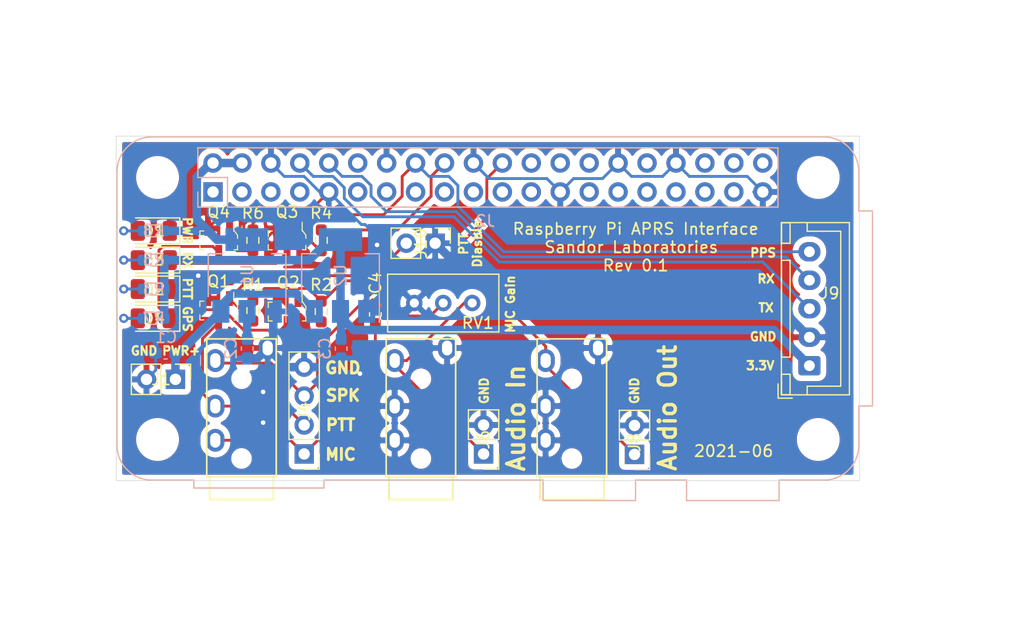
<source format=kicad_pcb>
(kicad_pcb (version 20171130) (host pcbnew "(5.1.9)-1")
  (layers (0 F.Cu signal) (31 B.Cu signal) (34 B.Paste user) (35 F.Paste user) (36 B.SilkS user) (37 F.SilkS user) (38 B.Mask user) (39 F.Mask user) (44 Edge.Cuts user))
  (net 0 "")
  (net 1 GND)
  (net 2 +BATT)
  (net 3 +5V)
  (net 4 +3V3)
  (net 5 "Net-(D1-Pad2)")
  (net 6 "Net-(D2-Pad2)")
  (net 7 "Net-(D2-Pad1)")
  (net 8 "Net-(D3-Pad2)")
  (net 9 "Net-(D3-Pad1)")
  (net 10 rx_feedback)
  (net 11 ptt_control)
  (net 12 gps_pps)
  (net 13 pi_rx)
  (net 14 pi_tx)
  (net 15 ptt)
  (net 16 radio_mic)
  (net 17 radio_speaker)
  (net 18 "Net-(J10-Pad2)")
  (net 19 "Net-(Q2-Pad1)")
  (net 20 "Net-(Q3-Pad1)")
  (net 21 "Net-(Q4-Pad1)")
  (net 22 audio_in)
  (net 23 "Net-(C4-Pad1)")
  (net 24 "Net-(J2-Pad24)")
  (net 25 "Net-(J2-Pad23)")
  (net 26 "Net-(J2-Pad21)")
  (net 27 "Net-(J2-Pad19)")
  (net 28 "Net-(J2-Pad17)")
  (net 29 "Net-(J2-Pad15)")
  (net 30 "Net-(J2-Pad13)")
  (net 31 "Net-(J2-Pad12)")
  (net 32 "Net-(J2-Pad11)")
  (net 33 "Net-(J2-Pad7)")
  (net 34 "Net-(J2-Pad5)")
  (net 35 "Net-(J2-Pad3)")
  (net 36 "Net-(J2-Pad1)")
  (net 37 "Net-(J2-Pad40)")
  (net 38 "Net-(J2-Pad26)")
  (net 39 "Net-(J2-Pad29)")
  (net 40 "Net-(J2-Pad32)")
  (net 41 "Net-(J2-Pad31)")
  (net 42 "Net-(J2-Pad36)")
  (net 43 "Net-(J2-Pad35)")
  (net 44 "Net-(J2-Pad33)")
  (net 45 "Net-(J2-Pad38)")
  (net 46 "Net-(J2-Pad37)")
  (net 47 "Net-(J2-Pad28)")
  (net 48 "Net-(J2-Pad27)")
  (net 49 "Net-(D4-Pad2)")
  (net 50 "Net-(D4-Pad1)")
  (module Connector_JST:JST_XH_B5B-XH-A_1x05_P2.50mm_Vertical (layer F.Cu) (at 165.354 101.6 90)
    (fp_text reference J9 (at 6.35 1.778 180) (layer F.SilkS))
    (fp_text value "GPS Header")
    (pad 5 thru_hole oval (at 10 0 90) (size 1.7 1.95) (drill 0.95) (layers *.Cu *.Mask) (net 12 gps_pps))
    (pad 4 thru_hole oval (at 7.5 0 90) (size 1.7 1.95) (drill 0.95) (layers *.Cu *.Mask) (net 13 pi_rx))
    (pad 3 thru_hole oval (at 5 0 90) (size 1.7 1.95) (drill 0.95) (layers *.Cu *.Mask) (net 14 pi_tx))
    (pad 2 thru_hole oval (at 2.5 0 90) (size 1.7 1.95) (drill 0.95) (layers *.Cu *.Mask) (net 1 GND))
    (pad 1 thru_hole roundrect (at 0 0 90) (size 1.7 1.95) (drill 0.95) (layers *.Cu *.Mask) (roundrect_rratio 0.147059) (net 4 +3V3))
  )
  (module Module:Raspberry_Pi_Zero_Socketed_THT_FaceDown_MountingHoles (layer B.Cu) (at 113 86.35 270)
    (fp_text reference J2 (at 2.55 -23.906 180) (layer B.SilkS) (effects (justify mirror)))
    (fp_text value "RPi Header")
    (pad "" np_thru_hole circle (at -1.27 -53.13 180) (size 2.75 2.75) (drill 2.75) (layers *.Cu *.Mask))
    (pad "" np_thru_hole circle (at 21.73 4.87 180) (size 2.75 2.75) (drill 2.75) (layers *.Cu *.Mask))
    (pad "" np_thru_hole circle (at 21.73 -53.13 180) (size 2.75 2.75) (drill 2.75) (layers *.Cu *.Mask))
    (pad "" np_thru_hole circle (at -1.27 4.87 180) (size 2.75 2.75) (drill 2.75) (layers *.Cu *.Mask))
    (pad 40 thru_hole oval (at -2.54 -48.26 270) (size 1.7 1.7) (drill 1) (layers *.Cu *.Mask) (net 37 "Net-(J2-Pad40)"))
    (pad 39 thru_hole oval (at 0 -48.26 270) (size 1.7 1.7) (drill 1) (layers *.Cu *.Mask) (net 1 GND))
    (pad 26 thru_hole oval (at -2.54 -30.48 270) (size 1.7 1.7) (drill 1) (layers *.Cu *.Mask) (net 38 "Net-(J2-Pad26)"))
    (pad 25 thru_hole oval (at 0 -30.48 270) (size 1.7 1.7) (drill 1) (layers *.Cu *.Mask) (net 1 GND))
    (pad 22 thru_hole oval (at -2.54 -25.4 270) (size 1.7 1.7) (drill 1) (layers *.Cu *.Mask) (net 11 ptt_control))
    (pad 21 thru_hole oval (at 0 -25.4 270) (size 1.7 1.7) (drill 1) (layers *.Cu *.Mask) (net 26 "Net-(J2-Pad21)"))
    (pad 30 thru_hole oval (at -2.54 -35.56 270) (size 1.7 1.7) (drill 1) (layers *.Cu *.Mask) (net 1 GND))
    (pad 29 thru_hole oval (at 0 -35.56 270) (size 1.7 1.7) (drill 1) (layers *.Cu *.Mask) (net 39 "Net-(J2-Pad29)"))
    (pad 8 thru_hole oval (at -2.54 -7.62 270) (size 1.7 1.7) (drill 1) (layers *.Cu *.Mask) (net 14 pi_tx))
    (pad 7 thru_hole oval (at 0 -7.62 270) (size 1.7 1.7) (drill 1) (layers *.Cu *.Mask) (net 33 "Net-(J2-Pad7)"))
    (pad 32 thru_hole oval (at -2.54 -38.1 270) (size 1.7 1.7) (drill 1) (layers *.Cu *.Mask) (net 40 "Net-(J2-Pad32)"))
    (pad 31 thru_hole oval (at 0 -38.1 270) (size 1.7 1.7) (drill 1) (layers *.Cu *.Mask) (net 41 "Net-(J2-Pad31)"))
    (pad 18 thru_hole oval (at -2.54 -20.32 270) (size 1.7 1.7) (drill 1) (layers *.Cu *.Mask) (net 10 rx_feedback))
    (pad 17 thru_hole oval (at 0 -20.32 270) (size 1.7 1.7) (drill 1) (layers *.Cu *.Mask) (net 28 "Net-(J2-Pad17)"))
    (pad 36 thru_hole oval (at -2.54 -43.18 270) (size 1.7 1.7) (drill 1) (layers *.Cu *.Mask) (net 42 "Net-(J2-Pad36)"))
    (pad 35 thru_hole oval (at 0 -43.18 270) (size 1.7 1.7) (drill 1) (layers *.Cu *.Mask) (net 43 "Net-(J2-Pad35)"))
    (pad 34 thru_hole oval (at -2.54 -40.64 270) (size 1.7 1.7) (drill 1) (layers *.Cu *.Mask) (net 1 GND))
    (pad 33 thru_hole oval (at 0 -40.64 270) (size 1.7 1.7) (drill 1) (layers *.Cu *.Mask) (net 44 "Net-(J2-Pad33)"))
    (pad 38 thru_hole oval (at -2.54 -45.72 270) (size 1.7 1.7) (drill 1) (layers *.Cu *.Mask) (net 45 "Net-(J2-Pad38)"))
    (pad 37 thru_hole oval (at 0 -45.72 270) (size 1.7 1.7) (drill 1) (layers *.Cu *.Mask) (net 46 "Net-(J2-Pad37)"))
    (pad 20 thru_hole oval (at -2.54 -22.86 270) (size 1.7 1.7) (drill 1) (layers *.Cu *.Mask) (net 1 GND))
    (pad 19 thru_hole oval (at 0 -22.86 270) (size 1.7 1.7) (drill 1) (layers *.Cu *.Mask) (net 27 "Net-(J2-Pad19)"))
    (pad 10 thru_hole oval (at -2.54 -10.16 270) (size 1.7 1.7) (drill 1) (layers *.Cu *.Mask) (net 13 pi_rx))
    (pad 9 thru_hole oval (at 0 -10.16 270) (size 1.7 1.7) (drill 1) (layers *.Cu *.Mask) (net 1 GND))
    (pad 14 thru_hole oval (at -2.54 -15.24 270) (size 1.7 1.7) (drill 1) (layers *.Cu *.Mask) (net 1 GND))
    (pad 13 thru_hole oval (at 0 -15.24 270) (size 1.7 1.7) (drill 1) (layers *.Cu *.Mask) (net 30 "Net-(J2-Pad13)"))
    (pad 28 thru_hole oval (at -2.54 -33.02 270) (size 1.7 1.7) (drill 1) (layers *.Cu *.Mask) (net 47 "Net-(J2-Pad28)"))
    (pad 27 thru_hole oval (at 0 -33.02 270) (size 1.7 1.7) (drill 1) (layers *.Cu *.Mask) (net 48 "Net-(J2-Pad27)"))
    (pad 12 thru_hole oval (at -2.54 -12.7 270) (size 1.7 1.7) (drill 1) (layers *.Cu *.Mask) (net 31 "Net-(J2-Pad12)"))
    (pad 11 thru_hole oval (at 0 -12.7 270) (size 1.7 1.7) (drill 1) (layers *.Cu *.Mask) (net 32 "Net-(J2-Pad11)"))
    (pad 24 thru_hole oval (at -2.54 -27.94 270) (size 1.7 1.7) (drill 1) (layers *.Cu *.Mask) (net 24 "Net-(J2-Pad24)"))
    (pad 23 thru_hole oval (at 0 -27.94 270) (size 1.7 1.7) (drill 1) (layers *.Cu *.Mask) (net 25 "Net-(J2-Pad23)"))
    (pad 1 thru_hole rect (at 0 0 270) (size 1.7 1.7) (drill 1) (layers *.Cu *.Mask) (net 36 "Net-(J2-Pad1)"))
    (pad 2 thru_hole oval (at -2.54 0 270) (size 1.7 1.7) (drill 1) (layers *.Cu *.Mask) (net 3 +5V))
    (pad 5 thru_hole oval (at 0 -5.08 270) (size 1.7 1.7) (drill 1) (layers *.Cu *.Mask) (net 34 "Net-(J2-Pad5)"))
    (pad 4 thru_hole oval (at -2.54 -2.54 270) (size 1.7 1.7) (drill 1) (layers *.Cu *.Mask) (net 3 +5V))
    (pad 16 thru_hole oval (at -2.54 -17.78 270) (size 1.7 1.7) (drill 1) (layers *.Cu *.Mask) (net 12 gps_pps))
    (pad 15 thru_hole oval (at 0 -17.78 270) (size 1.7 1.7) (drill 1) (layers *.Cu *.Mask) (net 29 "Net-(J2-Pad15)"))
    (pad 3 thru_hole oval (at 0 -2.54 270) (size 1.7 1.7) (drill 1) (layers *.Cu *.Mask) (net 35 "Net-(J2-Pad3)"))
    (pad 6 thru_hole oval (at -2.54 -5.08 270) (size 1.7 1.7) (drill 1) (layers *.Cu *.Mask) (net 1 GND))
  )
  (module Capacitor_SMD:C_0603_1608Metric_Pad1.08x0.95mm_HandSolder (layer F.Cu) (at 127.25 97.1 270)
    (fp_text reference C4 (at -2.75 0 90) (layer F.SilkS))
    (fp_text value 100n)
    (pad 2 smd roundrect (at 0.8625 0 270) (size 1.075 0.95) (layers F.Cu F.Paste F.Mask) (net 16 radio_mic))
    (pad 1 smd roundrect (at -0.8625 0 270) (size 1.075 0.95) (layers F.Cu F.Paste F.Mask) (net 23 "Net-(C4-Pad1)"))
  )
  (module Potentiometer_THT:Potentiometer_Bourns_3296W_Vertical (layer F.Cu) (at 135.75 96.1)
    (fp_text reference RV1 (at 0.5 1.75) (layer F.SilkS))
    (fp_text value 10k)
    (pad 3 thru_hole circle (at -5.08 0) (size 1.44 1.44) (drill 0.8) (layers *.Cu *.Mask) (net 1 GND))
    (pad 2 thru_hole circle (at -2.54 0) (size 1.44 1.44) (drill 0.8) (layers *.Cu *.Mask) (net 23 "Net-(C4-Pad1)"))
    (pad 1 thru_hole circle (at 0 0) (size 1.44 1.44) (drill 0.8) (layers *.Cu *.Mask) (net 22 audio_in))
  )
  (module Capacitor_SMD:C_0603_1608Metric_Pad1.08x0.95mm_HandSolder (layer B.Cu) (at 108.8375 100.5 180)
    (fp_text reference C1 (at -0.05 1.4) (layer B.SilkS) (effects (justify mirror)))
    (fp_text value 10u)
    (pad 2 smd roundrect (at 0.8625 0 180) (size 1.075 0.95) (layers B.Cu B.Paste B.Mask) (net 1 GND))
    (pad 1 smd roundrect (at -0.8625 0 180) (size 1.075 0.95) (layers B.Cu B.Paste B.Mask) (net 2 +BATT))
  )
  (module Package_TO_SOT_SMD:SOT-223-3_TabPin2 (layer B.Cu) (at 124.19 93.685 90)
    (fp_text reference U2 (at 0 0.01 90) (layer B.SilkS) (effects (justify mirror)))
    (fp_text value LD1117S33TR_SOT223)
    (pad 1 smd rect (at -3.15 2.3 90) (size 2 1.5) (layers B.Cu B.Paste B.Mask) (net 1 GND))
    (pad 3 smd rect (at -3.15 -2.3 90) (size 2 1.5) (layers B.Cu B.Paste B.Mask) (net 2 +BATT))
    (pad 2 smd rect (at -3.15 0 90) (size 2 1.5) (layers B.Cu B.Paste B.Mask) (net 4 +3V3))
    (pad 2 smd rect (at 3.15 0 90) (size 2 3.8) (layers B.Cu B.Paste B.Mask) (net 4 +3V3))
  )
  (module Package_TO_SOT_SMD:SOT-223-3_TabPin2 (layer B.Cu) (at 115.99 93.685 90)
    (fp_text reference U1 (at 0 0.01 90) (layer B.SilkS) (effects (justify mirror)))
    (fp_text value AMS1117-5.0)
    (pad 1 smd rect (at -3.15 2.3 90) (size 2 1.5) (layers B.Cu B.Paste B.Mask) (net 1 GND))
    (pad 3 smd rect (at -3.15 -2.3 90) (size 2 1.5) (layers B.Cu B.Paste B.Mask) (net 2 +BATT))
    (pad 2 smd rect (at -3.15 0 90) (size 2 1.5) (layers B.Cu B.Paste B.Mask) (net 3 +5V))
    (pad 2 smd rect (at 3.15 0 90) (size 2 3.8) (layers B.Cu B.Paste B.Mask) (net 3 +5V))
  )
  (module Resistor_SMD:R_0603_1608Metric_Pad0.98x0.95mm_HandSolder (layer B.Cu) (at 107.8 89.765)
    (fp_text reference R8 (at 0 -0.015 180) (layer B.SilkS) (effects (justify mirror)))
    (fp_text value 220)
    (pad 1 smd roundrect (at -0.9125 0) (size 0.975 0.95) (layers B.Cu B.Paste B.Mask) (net 5 "Net-(D1-Pad2)"))
    (pad 2 smd roundrect (at 0.9125 0) (size 0.975 0.95) (layers B.Cu B.Paste B.Mask) (net 3 +5V))
  )
  (module Resistor_SMD:R_0603_1608Metric_Pad0.98x0.95mm_HandSolder (layer B.Cu) (at 107.7998 97.443)
    (fp_text reference R7 (at 0 0.005 180) (layer B.SilkS) (effects (justify mirror)))
    (fp_text value 100)
    (pad 2 smd roundrect (at 0.9125 0) (size 0.975 0.95) (layers B.Cu B.Paste B.Mask) (net 4 +3V3))
    (pad 1 smd roundrect (at -0.9125 0) (size 0.975 0.95) (layers B.Cu B.Paste B.Mask) (net 49 "Net-(D4-Pad2)"))
  )
  (module Resistor_SMD:R_0603_1608Metric_Pad0.98x0.95mm_HandSolder (layer F.Cu) (at 116.5 90.6 270)
    (fp_text reference R6 (at -2.4 0 180) (layer F.SilkS))
    (fp_text value 1k)
    (pad 2 smd roundrect (at 0.9125 0 270) (size 0.975 0.95) (layers F.Cu F.Paste F.Mask) (net 21 "Net-(Q4-Pad1)"))
    (pad 1 smd roundrect (at -0.9125 0 270) (size 0.975 0.95) (layers F.Cu F.Paste F.Mask) (net 12 gps_pps))
  )
  (module Resistor_SMD:R_0603_1608Metric_Pad0.98x0.95mm_HandSolder (layer B.Cu) (at 107.8 92.335)
    (fp_text reference R5 (at 0 -0.035 180) (layer B.SilkS) (effects (justify mirror)))
    (fp_text value 100)
    (pad 2 smd roundrect (at 0.9125 0) (size 0.975 0.95) (layers B.Cu B.Paste B.Mask) (net 4 +3V3))
    (pad 1 smd roundrect (at -0.9125 0) (size 0.975 0.95) (layers B.Cu B.Paste B.Mask) (net 8 "Net-(D3-Pad2)"))
  )
  (module Resistor_SMD:R_0603_1608Metric_Pad0.98x0.95mm_HandSolder (layer F.Cu) (at 122.5 90.6 270)
    (fp_text reference R4 (at -2.4 0 180) (layer F.SilkS))
    (fp_text value 1k)
    (pad 2 smd roundrect (at 0.9125 0 270) (size 0.975 0.95) (layers F.Cu F.Paste F.Mask) (net 20 "Net-(Q3-Pad1)"))
    (pad 1 smd roundrect (at -0.9125 0 270) (size 0.975 0.95) (layers F.Cu F.Paste F.Mask) (net 10 rx_feedback))
  )
  (module Resistor_SMD:R_0603_1608Metric_Pad0.98x0.95mm_HandSolder (layer B.Cu) (at 107.8 94.875)
    (fp_text reference R3 (at 0 0.025 180) (layer B.SilkS) (effects (justify mirror)))
    (fp_text value 100)
    (pad 2 smd roundrect (at 0.9125 0) (size 0.975 0.95) (layers B.Cu B.Paste B.Mask) (net 4 +3V3))
    (pad 1 smd roundrect (at -0.9125 0) (size 0.975 0.95) (layers B.Cu B.Paste B.Mask) (net 6 "Net-(D2-Pad2)"))
  )
  (module Resistor_SMD:R_0603_1608Metric_Pad0.98x0.95mm_HandSolder (layer F.Cu) (at 122.5 96.85 270)
    (fp_text reference R2 (at -2.35 0 180) (layer F.SilkS))
    (fp_text value 1k)
    (pad 2 smd roundrect (at 0.9125 0 270) (size 0.975 0.95) (layers F.Cu F.Paste F.Mask) (net 19 "Net-(Q2-Pad1)"))
    (pad 1 smd roundrect (at -0.9125 0 270) (size 0.975 0.95) (layers F.Cu F.Paste F.Mask) (net 11 ptt_control))
  )
  (module Resistor_SMD:R_0603_1608Metric_Pad0.98x0.95mm_HandSolder (layer F.Cu) (at 116.5 96.76 270)
    (fp_text reference R1 (at -2.26 0 180) (layer F.SilkS))
    (fp_text value 1k)
    (pad 2 smd roundrect (at 0.9125 0 270) (size 0.975 0.95) (layers F.Cu F.Paste F.Mask) (net 18 "Net-(J10-Pad2)"))
    (pad 1 smd roundrect (at -0.9125 0 270) (size 0.975 0.95) (layers F.Cu F.Paste F.Mask) (net 11 ptt_control))
  )
  (module digikey-footprints:SOT-23-3 (layer F.Cu) (at 113.5 90.6 270)
    (fp_text reference Q4 (at -2.5 0 180) (layer F.SilkS))
    (fp_text value MMBT2222ALT1G)
    (pad 1 smd rect (at -1.05 -0.95 270) (size 1.3 0.6) (layers F.Cu F.Paste F.Mask) (net 21 "Net-(Q4-Pad1)"))
    (pad 2 smd rect (at -1.05 0.95 270) (size 1.3 0.6) (layers F.Cu F.Paste F.Mask) (net 1 GND))
    (pad 3 smd rect (at 1.05 0 270) (size 1.3 0.6) (layers F.Cu F.Paste F.Mask) (net 50 "Net-(D4-Pad1)"))
  )
  (module digikey-footprints:SOT-23-3 (layer F.Cu) (at 119.5 90.6 270)
    (fp_text reference Q3 (at -2.5 0 180) (layer F.SilkS))
    (fp_text value MMBT2222ALT1G)
    (pad 1 smd rect (at -1.05 -0.95 270) (size 1.3 0.6) (layers F.Cu F.Paste F.Mask) (net 20 "Net-(Q3-Pad1)"))
    (pad 2 smd rect (at -1.05 0.95 270) (size 1.3 0.6) (layers F.Cu F.Paste F.Mask) (net 1 GND))
    (pad 3 smd rect (at 1.05 0 270) (size 1.3 0.6) (layers F.Cu F.Paste F.Mask) (net 9 "Net-(D3-Pad1)"))
  )
  (module digikey-footprints:SOT-23-3 (layer F.Cu) (at 119.5 96.85 270)
    (fp_text reference Q2 (at -2.55 -0.1 180) (layer F.SilkS))
    (fp_text value MMBT2222ALT1G)
    (pad 1 smd rect (at -1.05 -0.95 270) (size 1.3 0.6) (layers F.Cu F.Paste F.Mask) (net 19 "Net-(Q2-Pad1)"))
    (pad 2 smd rect (at -1.05 0.95 270) (size 1.3 0.6) (layers F.Cu F.Paste F.Mask) (net 1 GND))
    (pad 3 smd rect (at 1.05 0 270) (size 1.3 0.6) (layers F.Cu F.Paste F.Mask) (net 7 "Net-(D2-Pad1)"))
  )
  (module digikey-footprints:SOT-23-3 (layer F.Cu) (at 113.495 96.76 270)
    (fp_text reference Q1 (at -2.56 -0.005 180) (layer F.SilkS))
    (fp_text value MMBT2222ALT1G)
    (pad 1 smd rect (at -1.05 -0.95 270) (size 1.3 0.6) (layers F.Cu F.Paste F.Mask) (net 18 "Net-(J10-Pad2)"))
    (pad 2 smd rect (at -1.05 0.95 270) (size 1.3 0.6) (layers F.Cu F.Paste F.Mask) (net 1 GND))
    (pad 3 smd rect (at 1.05 0 270) (size 1.3 0.6) (layers F.Cu F.Paste F.Mask) (net 15 ptt))
  )
  (module Connector_PinHeader_2.54mm:PinHeader_1x02_P2.54mm_Vertical (layer F.Cu) (at 132.5 90.85 270)
    (fp_text reference J10 (at 0 1.25 270) (layer F.SilkS))
    (fp_text value "PTT Disable")
    (pad 2 thru_hole oval (at 0 2.54 270) (size 1.7 1.7) (drill 1) (layers *.Cu *.Mask) (net 18 "Net-(J10-Pad2)"))
    (pad 1 thru_hole rect (at 0 0 270) (size 1.7 1.7) (drill 1) (layers *.Cu *.Mask) (net 1 GND))
  )
  (module Connector_PinHeader_2.54mm:PinHeader_1x02_P2.54mm_Vertical (layer F.Cu) (at 150 109.39 180)
    (fp_text reference J8 (at 0 1.04 270) (layer F.SilkS))
    (fp_text value "Audio Out")
    (pad 2 thru_hole oval (at 0 2.54 180) (size 1.7 1.7) (drill 1) (layers *.Cu *.Mask) (net 1 GND))
    (pad 1 thru_hole rect (at 0 0 180) (size 1.7 1.7) (drill 1) (layers *.Cu *.Mask) (net 17 radio_speaker))
  )
  (module Keebio-Parts:TRRS-PJ-320A_mod (layer F.Cu) (at 144.5 111.35 180)
    (fp_text reference J7)
    (fp_text value "Audio Out")
    (pad R1 thru_hole oval (at 2.3 6.2 180) (size 1.6 2) (drill oval 0.9 1.3) (layers *.Cu *.Mask) (net 1 GND))
    (pad "" np_thru_hole circle (at 0 1.6 180) (size 0.8 0.8) (drill 0.8) (layers *.Cu *.Mask))
    (pad "" np_thru_hole circle (at 0 8.6 180) (size 0.8 0.8) (drill 0.8) (layers *.Cu *.Mask))
    (pad R2 thru_hole oval (at 2.3 3.2 180) (size 1.6 2) (drill oval 0.9 1.3) (layers *.Cu *.Mask) (net 1 GND))
    (pad T thru_hole oval (at 2.3 10.2 180) (size 1.6 2) (drill oval 0.9 1.3) (layers *.Cu *.Mask) (net 17 radio_speaker))
    (pad S thru_hole oval (at -2.3 11.3 180) (size 1.6 2) (drill oval 0.9 1.3) (layers *.Cu *.Mask) (net 1 GND))
  )
  (module Connector_PinHeader_2.54mm:PinHeader_1x02_P2.54mm_Vertical (layer F.Cu) (at 136.75 109.35 180)
    (fp_text reference J6 (at 0 1.25 270) (layer F.SilkS))
    (fp_text value "Audio In")
    (pad 2 thru_hole oval (at 0 2.54 180) (size 1.7 1.7) (drill 1) (layers *.Cu *.Mask) (net 1 GND))
    (pad 1 thru_hole rect (at 0 0 180) (size 1.7 1.7) (drill 1) (layers *.Cu *.Mask) (net 22 audio_in))
  )
  (module Keebio-Parts:TRRS-PJ-320A_mod (layer F.Cu) (at 131.25 111.35 180)
    (fp_text reference J5)
    (fp_text value "Audio In")
    (pad R1 thru_hole oval (at 2.3 6.2 180) (size 1.6 2) (drill oval 0.9 1.3) (layers *.Cu *.Mask) (net 1 GND))
    (pad "" np_thru_hole circle (at 0 1.6 180) (size 0.8 0.8) (drill 0.8) (layers *.Cu *.Mask))
    (pad "" np_thru_hole circle (at 0 8.6 180) (size 0.8 0.8) (drill 0.8) (layers *.Cu *.Mask))
    (pad R2 thru_hole oval (at 2.3 3.2 180) (size 1.6 2) (drill oval 0.9 1.3) (layers *.Cu *.Mask) (net 1 GND))
    (pad T thru_hole oval (at 2.3 10.2 180) (size 1.6 2) (drill oval 0.9 1.3) (layers *.Cu *.Mask) (net 22 audio_in))
    (pad S thru_hole oval (at -2.3 11.3 180) (size 1.6 2) (drill oval 0.9 1.3) (layers *.Cu *.Mask) (net 1 GND))
  )
  (module Connector_PinHeader_2.54mm:PinHeader_1x04_P2.54mm_Vertical (layer F.Cu) (at 121 109.35 180)
    (fp_text reference J4 (at 0 3.75 270) (layer F.SilkS))
    (fp_text value "Radio In")
    (pad 4 thru_hole oval (at 0 7.62 180) (size 1.7 1.7) (drill 1) (layers *.Cu *.Mask) (net 1 GND))
    (pad 3 thru_hole oval (at 0 5.08 180) (size 1.7 1.7) (drill 1) (layers *.Cu *.Mask) (net 17 radio_speaker))
    (pad 2 thru_hole oval (at 0 2.54 180) (size 1.7 1.7) (drill 1) (layers *.Cu *.Mask) (net 15 ptt))
    (pad 1 thru_hole rect (at 0 0 180) (size 1.7 1.7) (drill 1) (layers *.Cu *.Mask) (net 16 radio_mic))
  )
  (module Keebio-Parts:TRRS-PJ-320A_mod (layer F.Cu) (at 115.5 111.35 180)
    (fp_text reference J3)
    (fp_text value Radio)
    (pad R1 thru_hole oval (at 2.3 6.2 180) (size 1.6 2) (drill oval 0.9 1.3) (layers *.Cu *.Mask) (net 15 ptt))
    (pad "" np_thru_hole circle (at 0 1.6 180) (size 0.8 0.8) (drill 0.8) (layers *.Cu *.Mask))
    (pad "" np_thru_hole circle (at 0 8.6 180) (size 0.8 0.8) (drill 0.8) (layers *.Cu *.Mask))
    (pad R2 thru_hole oval (at 2.3 3.2 180) (size 1.6 2) (drill oval 0.9 1.3) (layers *.Cu *.Mask) (net 16 radio_mic))
    (pad T thru_hole oval (at 2.3 10.2 180) (size 1.6 2) (drill oval 0.9 1.3) (layers *.Cu *.Mask) (net 17 radio_speaker))
    (pad S thru_hole oval (at -2.3 11.3 180) (size 1.6 2) (drill oval 0.9 1.3) (layers *.Cu *.Mask) (net 1 GND))
  )
  (module Connector_PinHeader_2.54mm:PinHeader_1x02_P2.54mm_Vertical (layer F.Cu) (at 109.7 102.8 270)
    (fp_text reference J1 (at 0 1.25 180) (layer F.SilkS))
    (fp_text value Power)
    (pad 2 thru_hole oval (at 0 2.54 270) (size 1.7 1.7) (drill 1) (layers *.Cu *.Mask) (net 1 GND))
    (pad 1 thru_hole rect (at 0 0 270) (size 1.7 1.7) (drill 1) (layers *.Cu *.Mask) (net 2 +BATT))
  )
  (module LED_SMD:LED_1206_3216Metric (layer F.Cu) (at 107.8 89.765 180)
    (fp_text reference D1 (at -0.022 0.015) (layer F.SilkS))
    (fp_text value PWR)
    (pad 2 smd roundrect (at 1.4 0 180) (size 1.25 1.75) (layers F.Cu F.Paste F.Mask) (roundrect_rratio 0.2) (net 5 "Net-(D1-Pad2)"))
    (pad 1 smd roundrect (at -1.4 0 180) (size 1.25 1.75) (layers F.Cu F.Paste F.Mask) (roundrect_rratio 0.2) (net 1 GND))
  )
  (module LED_SMD:LED_1206_3216Metric (layer F.Cu) (at 107.7998 97.443 180)
    (fp_text reference D4 (at 0 -0.005) (layer F.SilkS))
    (fp_text value GPS)
    (pad 2 smd roundrect (at 1.4 0 180) (size 1.25 1.75) (layers F.Cu F.Paste F.Mask) (roundrect_rratio 0.2) (net 49 "Net-(D4-Pad2)"))
    (pad 1 smd roundrect (at -1.4 0 180) (size 1.25 1.75) (layers F.Cu F.Paste F.Mask) (roundrect_rratio 0.2) (net 50 "Net-(D4-Pad1)"))
  )
  (module LED_SMD:LED_1206_3216Metric (layer F.Cu) (at 107.8 92.335 180)
    (fp_text reference D3 (at 0 0.035) (layer F.SilkS))
    (fp_text value RX)
    (pad 2 smd roundrect (at 1.4 0 180) (size 1.25 1.75) (layers F.Cu F.Paste F.Mask) (roundrect_rratio 0.2) (net 8 "Net-(D3-Pad2)"))
    (pad 1 smd roundrect (at -1.4 0 180) (size 1.25 1.75) (layers F.Cu F.Paste F.Mask) (roundrect_rratio 0.2) (net 9 "Net-(D3-Pad1)"))
  )
  (module LED_SMD:LED_1206_3216Metric (layer F.Cu) (at 107.8 94.875 180)
    (fp_text reference D2 (at -0.022 -0.025) (layer F.SilkS))
    (fp_text value PTT)
    (pad 1 smd roundrect (at -1.4 0 180) (size 1.25 1.75) (layers F.Cu F.Paste F.Mask) (roundrect_rratio 0.2) (net 7 "Net-(D2-Pad1)"))
    (pad 2 smd roundrect (at 1.4 0 180) (size 1.25 1.75) (layers F.Cu F.Paste F.Mask) (roundrect_rratio 0.2) (net 6 "Net-(D2-Pad2)"))
  )
  (module Capacitor_SMD:C_0603_1608Metric_Pad1.08x0.95mm_HandSolder (layer B.Cu) (at 124.25 100.1 270)
    (fp_text reference C3 (at 0 1.43 90) (layer B.SilkS) (effects (justify mirror)))
    (fp_text value 10u)
    (pad 2 smd roundrect (at 0.8625 0 270) (size 1.075 0.95) (layers B.Cu B.Paste B.Mask) (net 1 GND))
    (pad 1 smd roundrect (at -0.8625 0 270) (size 1.075 0.95) (layers B.Cu B.Paste B.Mask) (net 4 +3V3))
  )
  (module Capacitor_SMD:C_0603_1608Metric_Pad1.08x0.95mm_HandSolder (layer B.Cu) (at 116 100.1 270)
    (fp_text reference C2 (at 0 1.43 90) (layer B.SilkS) (effects (justify mirror)))
    (fp_text value 10u)
    (pad 2 smd roundrect (at 0.8625 0 270) (size 1.075 0.95) (layers B.Cu B.Paste B.Mask) (net 1 GND))
    (pad 1 smd roundrect (at -0.8625 0 270) (size 1.075 0.95) (layers B.Cu B.Paste B.Mask) (net 3 +5V))
  )
  (gr_text "MIC Gain" (at 139.1 96.2 90) (layer F.SilkS) (effects (font (size 0.75 0.75) (thickness 0.1875))))
  (gr_text 2021-06 (at 158.7 109.1) (layer F.SilkS) (effects (font (size 1 1))))
  (gr_text "Raspberry Pi APRS Interface\nSandor Laboratories \nRev 0.1" (at 150.1 91.2) (layer F.SilkS) (effects (font (size 1 1))))
  (gr_text 3.3V (at 161.036 101.6) (layer F.SilkS) (effects (font (size 0.75 0.75) (thickness 0.1875))))
  (gr_text GND (at 161.29 99.06) (layer F.SilkS) (effects (font (size 0.75 0.75) (thickness 0.1875))))
  (gr_text TX (at 161.544 96.52) (layer F.SilkS) (effects (font (size 0.75 0.75) (thickness 0.1875))))
  (gr_text RX (at 161.544 93.98) (layer F.SilkS) (effects (font (size 0.75 0.75) (thickness 0.1875))))
  (gr_text PPS (at 161.29 91.694) (layer F.SilkS) (effects (font (size 0.75 0.75) (thickness 0.1875))))
  (gr_text GND (at 150 103.8 90) (layer F.SilkS) (effects (font (size 0.75 0.75) (thickness 0.1875))))
  (gr_text GND (at 136.8 103.8 90) (layer F.SilkS) (effects (font (size 0.75 0.75) (thickness 0.1875))))
  (gr_line (start 108.8 111.7) (end 104.5 111.7) (layer Edge.Cuts) (width 0.05))
  (gr_line (start 104.5 110.95) (end 104.5 111.7) (layer Edge.Cuts) (width 0.05))
  (gr_line (start 104.5 81.45) (end 104.5 110.95) (layer Edge.Cuts) (width 0.05))
  (gr_line (start 104.55 81.45) (end 104.5 81.45) (layer Edge.Cuts) (width 0.05))
  (gr_line (start 107.1 81.45) (end 104.55 81.45) (layer Edge.Cuts) (width 0.05))
  (gr_line (start 169.75 81.45) (end 107.1 81.45) (layer Edge.Cuts) (width 0.05))
  (gr_line (start 169.75 81.5) (end 169.75 81.45) (layer Edge.Cuts) (width 0.05))
  (gr_line (start 169.75 84.6) (end 169.75 81.5) (layer Edge.Cuts) (width 0.05))
  (gr_line (start 169.75 108.1) (end 169.75 84.6) (layer Edge.Cuts) (width 0.05))
  (gr_line (start 169.75 111.7) (end 169.25 111.7) (layer Edge.Cuts) (width 0.05))
  (gr_line (start 169.75 108.1) (end 169.75 111.7) (layer Edge.Cuts) (width 0.05))
  (gr_line (start 108.8 111.7) (end 169.25 111.7) (layer Edge.Cuts) (width 0.05))
  (gr_text "PTT\nDiasble" (at 135.6 90.9 90) (layer F.SilkS) (effects (font (size 0.75 0.75) (thickness 0.1875))))
  (gr_text GND (at 106.95 100.3) (layer F.SilkS) (effects (font (size 0.75 0.75) (thickness 0.1875))))
  (gr_text PWR+ (at 110.2 100.3) (layer F.SilkS) (effects (font (size 0.75 0.75) (thickness 0.1875))))
  (gr_text "GPS\n" (at 110.7498 97.498 270) (layer F.SilkS) (effects (font (size 0.75 0.75) (thickness 0.1875))))
  (gr_text "RX\n" (at 110.75 92.35 270) (layer F.SilkS) (effects (font (size 0.75 0.75) (thickness 0.1875))))
  (gr_text PTT (at 110.75 94.85 270) (layer F.SilkS) (effects (font (size 0.75 0.75) (thickness 0.1875))))
  (gr_text PWR (at 110.75 89.75 270) (layer F.SilkS) (effects (font (size 0.75 0.75) (thickness 0.1875))))
  (gr_text "Audio Out\n" (at 152.9 105.3 90) (layer F.SilkS) (effects (font (size 1.5 1.5) (thickness 0.3))))
  (gr_text "Audio In" (at 139.6 106.2 90) (layer F.SilkS) (effects (font (size 1.5 1.5) (thickness 0.3))))
  (gr_text MIC (at 124.2 109.4) (layer F.SilkS) (effects (font (size 1 1) (thickness 0.25))))
  (gr_text PTT (at 124.2 106.8) (layer F.SilkS) (effects (font (size 1 1) (thickness 0.25))))
  (gr_text SPK (at 124.4 104.2162) (layer F.SilkS) (effects (font (size 1 1) (thickness 0.25))))
  (gr_text GND (at 124.4 101.8) (layer F.SilkS) (effects (font (size 1 1) (thickness 0.25))))
  (via (at 111.7 93.7) (size 0.8) (drill 0.4) (layers F.Cu B.Cu) (net 1))
  (via (at 117.4 103.9) (size 0.8) (drill 0.4) (layers F.Cu B.Cu) (net 1))
  (via (at 117.4 106.6) (size 0.8) (drill 0.4) (layers F.Cu B.Cu) (net 1))
  (via (at 125.9 102.3) (size 0.8) (drill 0.4) (layers F.Cu B.Cu) (net 1))
  (via (at 127.4 91) (size 0.8) (drill 0.4) (layers F.Cu B.Cu) (net 1))
  (segment (start 115.69999 89.2045) (end 117.0045 87.89999) (width 0.25) (layer F.Cu) (net 1))
  (segment (start 121.61001 87.89999) (end 123.16 86.35) (width 0.25) (layer F.Cu) (net 1))
  (segment (start 117.0045 87.89999) (end 121.61001 87.89999) (width 0.25) (layer F.Cu) (net 1))
  (segment (start 115.70001 90.50001) (end 117.59999 90.50001) (width 0.25) (layer F.Cu) (net 1))
  (segment (start 115.69999 90.49999) (end 115.70001 90.50001) (width 0.25) (layer F.Cu) (net 1))
  (segment (start 115.69999 89.2045) (end 115.69999 90.49999) (width 0.25) (layer F.Cu) (net 1))
  (segment (start 117.59999 90.50001) (end 118.55 89.55) (width 0.25) (layer F.Cu) (net 1))
  (segment (start 115.070489 88.574999) (end 115.69999 89.2045) (width 0.25) (layer F.Cu) (net 1))
  (segment (start 113.525001 88.574999) (end 115.070489 88.574999) (width 0.25) (layer F.Cu) (net 1))
  (segment (start 112.55 89.55) (end 113.525001 88.574999) (width 0.25) (layer F.Cu) (net 1))
  (segment (start 107.975 101.985) (end 107.16 102.8) (width 0.25) (layer B.Cu) (net 1))
  (segment (start 107.975 100.5) (end 107.975 101.985) (width 0.25) (layer B.Cu) (net 1))
  (segment (start 121 97.864998) (end 121 101.73) (width 0.25) (layer F.Cu) (net 1))
  (segment (start 118.935002 95.8) (end 121 97.864998) (width 0.25) (layer F.Cu) (net 1))
  (segment (start 118.55 95.8) (end 118.935002 95.8) (width 0.25) (layer F.Cu) (net 1))
  (segment (start 118.29 99.56) (end 117.8 100.05) (width 0.75) (layer B.Cu) (net 1))
  (segment (start 118.29 96.835) (end 118.29 99.56) (width 0.75) (layer B.Cu) (net 1))
  (segment (start 116.8875 100.9625) (end 117.8 100.05) (width 0.75) (layer B.Cu) (net 1))
  (segment (start 116 100.9625) (end 116.8875 100.9625) (width 0.75) (layer B.Cu) (net 1))
  (segment (start 119.48 101.73) (end 117.8 100.05) (width 0.75) (layer B.Cu) (net 1))
  (segment (start 121 101.73) (end 119.48 101.73) (width 0.75) (layer B.Cu) (net 1))
  (segment (start 123.4825 101.73) (end 124.25 100.9625) (width 0.75) (layer B.Cu) (net 1))
  (segment (start 121 101.73) (end 123.4825 101.73) (width 0.75) (layer B.Cu) (net 1))
  (segment (start 118.935002 89.55) (end 120.9 91.514998) (width 0.25) (layer F.Cu) (net 1))
  (segment (start 118.55 89.55) (end 118.935002 89.55) (width 0.25) (layer F.Cu) (net 1))
  (segment (start 120.9 91.514998) (end 120.9 92.2) (width 0.25) (layer F.Cu) (net 1))
  (segment (start 120.9 92.2) (end 121.5 92.8) (width 0.25) (layer F.Cu) (net 1))
  (segment (start 125.6 92.8) (end 127.4 91) (width 0.25) (layer F.Cu) (net 1))
  (segment (start 121.5 92.8) (end 125.6 92.8) (width 0.25) (layer F.Cu) (net 1))
  (segment (start 126.515 96.835) (end 132.5 90.85) (width 0.75) (layer B.Cu) (net 1))
  (segment (start 126.49 96.835) (end 126.515 96.835) (width 0.75) (layer B.Cu) (net 1))
  (segment (start 129.935 96.835) (end 130.67 96.1) (width 0.75) (layer B.Cu) (net 1))
  (segment (start 126.49 96.835) (end 129.935 96.835) (width 0.75) (layer B.Cu) (net 1))
  (segment (start 160.654 94.4) (end 165.354 99.1) (width 0.75) (layer B.Cu) (net 1))
  (segment (start 136.05 94.4) (end 160.654 94.4) (width 0.75) (layer B.Cu) (net 1))
  (segment (start 132.5 90.85) (end 136.05 94.4) (width 0.75) (layer B.Cu) (net 1))
  (segment (start 119.255001 84.985001) (end 118.08 83.81) (width 0.25) (layer B.Cu) (net 1))
  (segment (start 120.994003 84.985001) (end 119.255001 84.985001) (width 0.25) (layer B.Cu) (net 1))
  (segment (start 122.359002 86.35) (end 120.994003 84.985001) (width 0.25) (layer B.Cu) (net 1))
  (segment (start 123.16 86.35) (end 122.359002 86.35) (width 0.25) (layer B.Cu) (net 1))
  (segment (start 161.26 86.35) (end 160.459002 86.35) (width 0.25) (layer B.Cu) (net 1))
  (segment (start 123.16 86.35) (end 126.019999 89.209999) (width 0.25) (layer B.Cu) (net 1))
  (segment (start 126.019999 89.209999) (end 126.350001 89.209999) (width 0.25) (layer B.Cu) (net 1))
  (segment (start 127.4 90.259998) (end 127.4 91) (width 0.25) (layer B.Cu) (net 1))
  (segment (start 149.735001 84.985001) (end 148.56 83.81) (width 0.25) (layer B.Cu) (net 1))
  (segment (start 152.464999 84.985001) (end 149.735001 84.985001) (width 0.25) (layer B.Cu) (net 1))
  (segment (start 153.64 83.81) (end 152.464999 84.985001) (width 0.25) (layer B.Cu) (net 1))
  (segment (start 147.195001 85.174999) (end 148.56 83.81) (width 0.25) (layer B.Cu) (net 1))
  (segment (start 144.655001 85.174999) (end 147.195001 85.174999) (width 0.25) (layer B.Cu) (net 1))
  (segment (start 143.48 86.35) (end 144.655001 85.174999) (width 0.25) (layer B.Cu) (net 1))
  (segment (start 137.224999 85.174999) (end 135.86 83.81) (width 0.25) (layer B.Cu) (net 1))
  (segment (start 142.304999 85.174999) (end 137.224999 85.174999) (width 0.25) (layer B.Cu) (net 1))
  (segment (start 143.48 86.35) (end 142.304999 85.174999) (width 0.25) (layer B.Cu) (net 1))
  (segment (start 159.895001 84.985001) (end 161.26 86.35) (width 0.25) (layer B.Cu) (net 1))
  (segment (start 154.815001 84.985001) (end 159.895001 84.985001) (width 0.25) (layer B.Cu) (net 1))
  (segment (start 153.64 83.81) (end 154.815001 84.985001) (width 0.25) (layer B.Cu) (net 1))
  (segment (start 126.350001 89.209999) (end 127.4 90.259998) (width 0.25) (layer B.Cu) (net 1))
  (segment (start 109.2625 100.8) (end 109.725 100.8) (width 0.25) (layer B.Cu) (net 2))
  (segment (start 109.7 102.8) (end 109.7 100.5) (width 0.75) (layer B.Cu) (net 2))
  (segment (start 110.025 100.5) (end 113.69 96.835) (width 0.75) (layer B.Cu) (net 2))
  (segment (start 109.7 100.5) (end 110.025 100.5) (width 0.75) (layer B.Cu) (net 2))
  (segment (start 120.314999 95.259999) (end 121.89 96.835) (width 0.75) (layer B.Cu) (net 2))
  (segment (start 114.779999 95.259999) (end 120.314999 95.259999) (width 0.75) (layer B.Cu) (net 2))
  (segment (start 113.69 96.349998) (end 114.779999 95.259999) (width 0.75) (layer B.Cu) (net 2))
  (segment (start 113.69 96.835) (end 113.69 96.349998) (width 0.75) (layer B.Cu) (net 2))
  (segment (start 115.22 89.765) (end 115.99 90.535) (width 0.75) (layer B.Cu) (net 3))
  (segment (start 112.804998 83.81) (end 115.54 83.81) (width 0.75) (layer B.Cu) (net 3))
  (segment (start 111.574999 85.039999) (end 112.804998 83.81) (width 0.75) (layer B.Cu) (net 3))
  (segment (start 111.574999 88.769999) (end 111.574999 85.039999) (width 0.75) (layer B.Cu) (net 3))
  (segment (start 113.34 90.535) (end 111.574999 88.769999) (width 0.75) (layer B.Cu) (net 3))
  (segment (start 115.99 90.535) (end 113.34 90.535) (width 0.75) (layer B.Cu) (net 3))
  (segment (start 112.57 89.765) (end 113.34 90.535) (width 0.75) (layer B.Cu) (net 3))
  (segment (start 108.7125 89.765) (end 112.57 89.765) (width 0.75) (layer B.Cu) (net 3))
  (segment (start 116 96.845) (end 115.99 96.835) (width 0.75) (layer B.Cu) (net 3))
  (segment (start 116 99.2375) (end 116 96.845) (width 0.75) (layer B.Cu) (net 3))
  (segment (start 108.7123 92.3352) (end 108.7125 92.335) (width 0.25) (layer B.Cu) (net 4))
  (segment (start 124.19 96.835) (end 124.19 90.535) (width 0.75) (layer B.Cu) (net 4))
  (segment (start 123.24 90.535) (end 124.19 90.535) (width 0.75) (layer B.Cu) (net 4))
  (segment (start 121.44 92.335) (end 123.24 90.535) (width 0.75) (layer B.Cu) (net 4))
  (segment (start 108.7125 92.335) (end 121.44 92.335) (width 0.75) (layer B.Cu) (net 4))
  (segment (start 108.7125 97.4428) (end 108.7123 97.443) (width 0.75) (layer B.Cu) (net 4))
  (segment (start 108.7125 92.335) (end 108.7125 97.4428) (width 0.75) (layer B.Cu) (net 4))
  (segment (start 124.19 97.320002) (end 124.19 96.835) (width 0.75) (layer B.Cu) (net 4))
  (segment (start 125.344988 98.47499) (end 124.19 97.320002) (width 0.75) (layer B.Cu) (net 4))
  (segment (start 162.22899 98.47499) (end 125.344988 98.47499) (width 0.75) (layer B.Cu) (net 4))
  (segment (start 165.354 101.6) (end 162.22899 98.47499) (width 0.75) (layer B.Cu) (net 4))
  (segment (start 124.25 96.895) (end 124.19 96.835) (width 0.75) (layer B.Cu) (net 4))
  (segment (start 124.25 99.2375) (end 124.25 96.895) (width 0.75) (layer B.Cu) (net 4))
  (segment (start 106.4 89.765) (end 105.1574 89.765) (width 0.25) (layer F.Cu) (net 5))
  (segment (start 105.1574 89.765) (end 105.1574 89.765) (width 0.25) (layer F.Cu) (net 5))
  (via (at 105.1574 89.765) (size 0.8) (drill 0.4) (layers F.Cu B.Cu) (net 5))
  (segment (start 106.8875 89.765) (end 105.1574 89.765) (width 0.25) (layer B.Cu) (net 5))
  (segment (start 106.4 94.875) (end 105.162 94.875) (width 0.25) (layer F.Cu) (net 6))
  (segment (start 105.162 94.875) (end 105.162 94.875) (width 0.25) (layer F.Cu) (net 6))
  (via (at 105.162 94.875) (size 0.8) (drill 0.4) (layers F.Cu B.Cu) (net 6))
  (segment (start 106.8875 94.875) (end 105.162 94.875) (width 0.25) (layer B.Cu) (net 6))
  (segment (start 111.010001 96.685001) (end 109.2 94.875) (width 0.25) (layer F.Cu) (net 7))
  (segment (start 115.705012 98.48501) (end 113.905003 96.685001) (width 0.25) (layer F.Cu) (net 7))
  (segment (start 118.91499 98.48501) (end 115.705012 98.48501) (width 0.25) (layer F.Cu) (net 7))
  (segment (start 113.905003 96.685001) (end 111.010001 96.685001) (width 0.25) (layer F.Cu) (net 7))
  (segment (start 119.5 97.9) (end 118.91499 98.48501) (width 0.25) (layer F.Cu) (net 7))
  (segment (start 106.4 92.335) (end 105.162 92.335) (width 0.25) (layer F.Cu) (net 8))
  (segment (start 105.162 92.335) (end 105.162 92.335) (width 0.25) (layer F.Cu) (net 8))
  (via (at 105.162 92.335) (size 0.8) (drill 0.4) (layers F.Cu B.Cu) (net 8))
  (segment (start 106.8875 92.335) (end 105.162 92.335) (width 0.25) (layer B.Cu) (net 8))
  (segment (start 109.490001 92.625001) (end 109.2 92.335) (width 0.25) (layer F.Cu) (net 9))
  (segment (start 118.524999 92.625001) (end 109.490001 92.625001) (width 0.25) (layer F.Cu) (net 9))
  (segment (start 119.5 91.65) (end 118.524999 92.625001) (width 0.25) (layer F.Cu) (net 9))
  (segment (start 132.144999 84.985001) (end 133.32 83.81) (width 0.25) (layer F.Cu) (net 10))
  (segment (start 132.144999 86.724003) (end 132.144999 84.985001) (width 0.25) (layer F.Cu) (net 10))
  (segment (start 129.181502 89.6875) (end 132.144999 86.724003) (width 0.25) (layer F.Cu) (net 10))
  (segment (start 122.5 89.6875) (end 129.181502 89.6875) (width 0.25) (layer F.Cu) (net 10))
  (segment (start 131.485012 94.14999) (end 124.45001 94.14999) (width 0.25) (layer F.Cu) (net 11))
  (segment (start 137.035001 88.600001) (end 131.485012 94.14999) (width 0.25) (layer F.Cu) (net 11))
  (segment (start 137.035001 85.174999) (end 137.035001 88.600001) (width 0.25) (layer F.Cu) (net 11))
  (segment (start 138.4 83.81) (end 137.035001 85.174999) (width 0.25) (layer F.Cu) (net 11))
  (segment (start 122.6625 95.9375) (end 122.5 95.9375) (width 0.25) (layer F.Cu) (net 11))
  (segment (start 124.45001 94.14999) (end 122.6625 95.9375) (width 0.25) (layer F.Cu) (net 11))
  (segment (start 117.522501 94.824999) (end 116.5 95.8475) (width 0.25) (layer F.Cu) (net 11))
  (segment (start 122.5 95.9375) (end 121.387499 94.824999) (width 0.25) (layer F.Cu) (net 11))
  (segment (start 121.387499 94.824999) (end 117.522501 94.824999) (width 0.25) (layer F.Cu) (net 11))
  (segment (start 129.604999 86.724003) (end 127.979002 88.35) (width 0.25) (layer F.Cu) (net 12))
  (segment (start 129.604999 84.985001) (end 129.604999 86.724003) (width 0.25) (layer F.Cu) (net 12))
  (segment (start 130.78 83.81) (end 129.604999 84.985001) (width 0.25) (layer F.Cu) (net 12))
  (segment (start 127.979002 88.35) (end 117.25 88.35) (width 0.25) (layer F.Cu) (net 12))
  (segment (start 116.5 89.1) (end 117.25 88.35) (width 0.25) (layer F.Cu) (net 12))
  (segment (start 116.5 89.6875) (end 116.5 89.1) (width 0.25) (layer F.Cu) (net 12))
  (segment (start 138.5 91.6) (end 165.354 91.6) (width 0.25) (layer B.Cu) (net 12))
  (segment (start 134.495001 87.595001) (end 138.5 91.6) (width 0.25) (layer B.Cu) (net 12))
  (segment (start 134.495001 85.785999) (end 134.495001 87.595001) (width 0.25) (layer B.Cu) (net 12))
  (segment (start 133.694003 84.985001) (end 134.495001 85.785999) (width 0.25) (layer B.Cu) (net 12))
  (segment (start 131.955001 84.985001) (end 133.694003 84.985001) (width 0.25) (layer B.Cu) (net 12))
  (segment (start 130.78 83.81) (end 131.955001 84.985001) (width 0.25) (layer B.Cu) (net 12))
  (segment (start 124.335001 84.985001) (end 123.16 83.81) (width 0.25) (layer B.Cu) (net 13))
  (segment (start 126.074003 84.985001) (end 124.335001 84.985001) (width 0.25) (layer B.Cu) (net 13))
  (segment (start 126.875001 85.785999) (end 126.074003 84.985001) (width 0.25) (layer B.Cu) (net 13))
  (segment (start 126.875001 86.724003) (end 126.875001 85.785999) (width 0.25) (layer B.Cu) (net 13))
  (segment (start 128.231007 88.080009) (end 126.875001 86.724003) (width 0.25) (layer B.Cu) (net 13))
  (segment (start 134.343599 88.080009) (end 138.3136 92.05001) (width 0.25) (layer B.Cu) (net 13))
  (segment (start 128.231007 88.080009) (end 134.343599 88.080009) (width 0.25) (layer B.Cu) (net 13))
  (segment (start 163.30401 92.05001) (end 165.354 94.1) (width 0.25) (layer B.Cu) (net 13))
  (segment (start 138.3136 92.05001) (end 163.30401 92.05001) (width 0.25) (layer B.Cu) (net 13))
  (segment (start 123.534003 84.985001) (end 121.795001 84.985001) (width 0.25) (layer B.Cu) (net 14))
  (segment (start 121.795001 84.985001) (end 120.62 83.81) (width 0.25) (layer B.Cu) (net 14))
  (segment (start 124.524999 85.975997) (end 123.534003 84.985001) (width 0.25) (layer B.Cu) (net 14))
  (segment (start 124.524999 86.914001) (end 124.524999 85.975997) (width 0.25) (layer B.Cu) (net 14))
  (segment (start 126.141017 88.530019) (end 124.524999 86.914001) (width 0.25) (layer B.Cu) (net 14))
  (segment (start 134.157199 88.530019) (end 138.1272 92.50002) (width 0.25) (layer B.Cu) (net 14))
  (segment (start 126.141017 88.530019) (end 134.157199 88.530019) (width 0.25) (layer B.Cu) (net 14))
  (segment (start 161.25402 92.50002) (end 165.354 96.6) (width 0.25) (layer B.Cu) (net 14))
  (segment (start 138.1272 92.50002) (end 161.25402 92.50002) (width 0.25) (layer B.Cu) (net 14))
  (segment (start 119.34 105.15) (end 121 106.81) (width 0.25) (layer F.Cu) (net 15))
  (segment (start 113.2 105.15) (end 119.34 105.15) (width 0.25) (layer F.Cu) (net 15))
  (segment (start 112.07499 99.23001) (end 113.495 97.81) (width 0.25) (layer F.Cu) (net 15))
  (segment (start 112.07499 104.02499) (end 112.07499 99.23001) (width 0.25) (layer F.Cu) (net 15))
  (segment (start 113.2 105.15) (end 112.07499 104.02499) (width 0.25) (layer F.Cu) (net 15))
  (segment (start 119.8 108.15) (end 113.2 108.15) (width 0.25) (layer F.Cu) (net 16))
  (segment (start 121 109.35) (end 119.8 108.15) (width 0.25) (layer F.Cu) (net 16))
  (segment (start 127.25 103.1) (end 121 109.35) (width 0.25) (layer F.Cu) (net 16))
  (segment (start 127.25 97.9625) (end 127.25 103.1) (width 0.25) (layer F.Cu) (net 16))
  (segment (start 118.10501 101.37501) (end 121 104.27) (width 0.25) (layer F.Cu) (net 17))
  (segment (start 113.42501 101.37501) (end 118.10501 101.37501) (width 0.25) (layer F.Cu) (net 17))
  (segment (start 113.2 101.15) (end 113.42501 101.37501) (width 0.25) (layer F.Cu) (net 17))
  (segment (start 142.2 101.59) (end 142.2 101.15) (width 0.25) (layer F.Cu) (net 17))
  (segment (start 150 109.39) (end 142.2 101.59) (width 0.25) (layer F.Cu) (net 17))
  (segment (start 142.2 99.9) (end 136.9 94.6) (width 0.25) (layer F.Cu) (net 17))
  (segment (start 142.2 101.15) (end 142.2 99.9) (width 0.25) (layer F.Cu) (net 17))
  (segment (start 127.55449 94.6) (end 136.9 94.6) (width 0.25) (layer F.Cu) (net 17))
  (segment (start 122.175001 99.979489) (end 127.55449 94.6) (width 0.25) (layer F.Cu) (net 17))
  (segment (start 122.175001 103.094999) (end 122.175001 99.979489) (width 0.25) (layer F.Cu) (net 17))
  (segment (start 121 104.27) (end 122.175001 103.094999) (width 0.25) (layer F.Cu) (net 17))
  (segment (start 116.4075 97.6725) (end 114.445 95.71) (width 0.25) (layer F.Cu) (net 18))
  (segment (start 116.5 97.6725) (end 116.4075 97.6725) (width 0.25) (layer F.Cu) (net 18))
  (segment (start 127.11002 93.69998) (end 129.96 90.85) (width 0.25) (layer F.Cu) (net 18))
  (segment (start 116.45502 93.69998) (end 127.11002 93.69998) (width 0.25) (layer F.Cu) (net 18))
  (segment (start 114.445 95.71) (end 116.45502 93.69998) (width 0.25) (layer F.Cu) (net 18))
  (segment (start 122.4125 97.7625) (end 120.45 95.8) (width 0.25) (layer F.Cu) (net 19))
  (segment (start 122.5 97.7625) (end 122.4125 97.7625) (width 0.25) (layer F.Cu) (net 19))
  (segment (start 122.4125 91.5125) (end 120.45 89.55) (width 0.25) (layer F.Cu) (net 20))
  (segment (start 122.5 91.5125) (end 122.4125 91.5125) (width 0.25) (layer F.Cu) (net 20))
  (segment (start 116.5 91.5125) (end 116.4125 91.5125) (width 0.25) (layer F.Cu) (net 21))
  (segment (start 114.45 89.55) (end 114.45 90.85) (width 0.25) (layer F.Cu) (net 21))
  (segment (start 115.1125 91.5125) (end 116.5 91.5125) (width 0.25) (layer F.Cu) (net 21))
  (segment (start 114.45 90.85) (end 115.1125 91.5125) (width 0.25) (layer F.Cu) (net 21))
  (segment (start 128.95 101.55) (end 128.95 101.15) (width 0.25) (layer F.Cu) (net 22))
  (segment (start 136.75 109.35) (end 128.95 101.55) (width 0.25) (layer F.Cu) (net 22))
  (segment (start 130 101.15) (end 135.05 96.1) (width 0.25) (layer F.Cu) (net 22))
  (segment (start 135.05 96.1) (end 135.75 96.1) (width 0.25) (layer F.Cu) (net 22))
  (segment (start 128.95 101.15) (end 130 101.15) (width 0.25) (layer F.Cu) (net 22))
  (segment (start 128.252245 97.239745) (end 127.25 96.2375) (width 0.25) (layer F.Cu) (net 23))
  (segment (start 132.070255 97.239745) (end 128.252245 97.239745) (width 0.25) (layer F.Cu) (net 23))
  (segment (start 133.21 96.1) (end 132.070255 97.239745) (width 0.25) (layer F.Cu) (net 23))
  (segment (start 106.3998 97.443) (end 105.1646 97.443) (width 0.25) (layer F.Cu) (net 49))
  (segment (start 105.1646 97.443) (end 105.1646 97.443) (width 0.25) (layer F.Cu) (net 49))
  (via (at 105.1646 97.443) (size 0.8) (drill 0.4) (layers F.Cu B.Cu) (net 49))
  (segment (start 106.8873 97.443) (end 105.1646 97.443) (width 0.25) (layer B.Cu) (net 49))
  (segment (start 112.98499 91.13499) (end 113.5 91.65) (width 0.25) (layer F.Cu) (net 50))
  (segment (start 108.58682 91.13499) (end 112.98499 91.13499) (width 0.25) (layer F.Cu) (net 50))
  (segment (start 108.24999 91.47182) (end 108.58682 91.13499) (width 0.25) (layer F.Cu) (net 50))
  (segment (start 108.24999 96.49319) (end 108.24999 91.47182) (width 0.25) (layer F.Cu) (net 50))
  (segment (start 109.1998 97.443) (end 108.24999 96.49319) (width 0.25) (layer F.Cu) (net 50))
  (zone (net 1) (net_name GND) (layer B.Cu) (connect_pads (clearance 0.508)) (min_thickness 0.254) (fill yes (arc_segments 32) (thermal_gap 0.508) (thermal_bridge_width 0.508))
    (polygon (pts (xy 181.8 122.5) (xy 96.3 122.5) (xy 96.3 72.3) (xy 181.8 72.3)))
  )
  (zone (net 1) (net_name GND) (layer F.Cu) (connect_pads (clearance 0.508)) (min_thickness 0.254) (fill yes (arc_segments 32) (thermal_gap 0.508) (thermal_bridge_width 0.508))
    (polygon (pts (xy 184.2 124.9) (xy 94.3 124.9) (xy 94.3 69.5) (xy 184.1 69.5)))
  )
)
</source>
